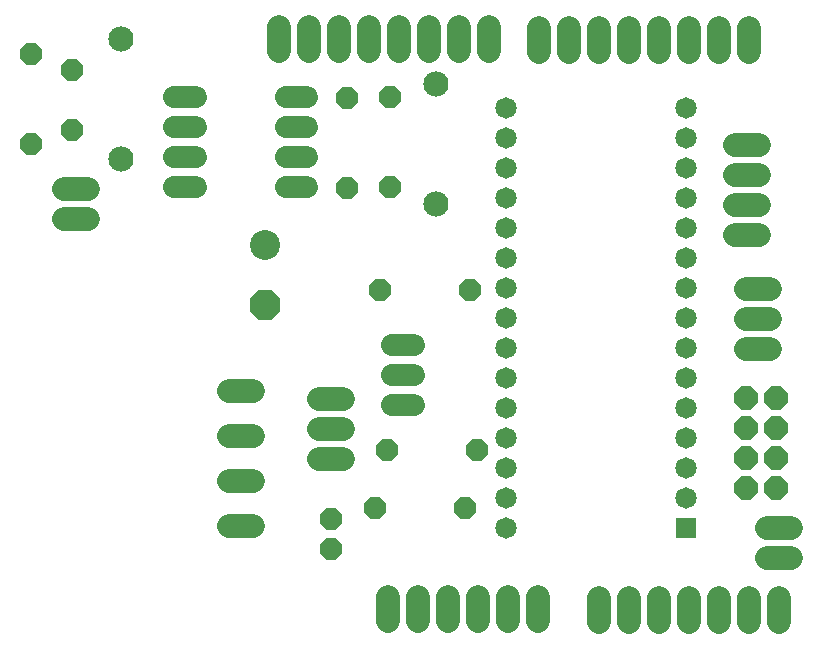
<source format=gbr>
G04 EAGLE Gerber RS-274X export*
G75*
%MOMM*%
%FSLAX34Y34*%
%LPD*%
%INBottom Copper*%
%IPPOS*%
%AMOC8*
5,1,8,0,0,1.08239X$1,22.5*%
G01*
%ADD10P,1.979475X8X112.500000*%
%ADD11P,1.979475X8X292.500000*%
%ADD12C,2.133600*%
%ADD13C,1.828800*%
%ADD14C,2.032000*%
%ADD15C,2.540000*%
%ADD16P,2.749271X8X292.500000*%
%ADD17P,2.199416X8X112.500000*%
%ADD18P,1.979475X8X22.500000*%
%ADD19P,1.979475X8X202.500000*%
%ADD20R,1.816000X1.816000*%
%ADD21C,1.816000*%


D10*
X838962Y381762D03*
X838962Y457962D03*
D11*
X571500Y495300D03*
X571500Y419100D03*
D12*
X647700Y406400D03*
X647700Y508000D03*
D13*
X877316Y248412D02*
X895604Y248412D01*
X895604Y197612D02*
X877316Y197612D01*
X877316Y223012D02*
X895604Y223012D01*
D10*
X875284Y382016D03*
X875284Y458216D03*
D14*
X835660Y152400D02*
X815340Y152400D01*
X815340Y177800D02*
X835660Y177800D01*
X835660Y203200D02*
X815340Y203200D01*
X759460Y95250D02*
X739140Y95250D01*
X739140Y133350D02*
X759460Y133350D01*
X759460Y171450D02*
X739140Y171450D01*
X739140Y209550D02*
X759460Y209550D01*
D11*
X825500Y101600D03*
X825500Y76200D03*
D15*
X769366Y332994D03*
D16*
X769366Y282194D03*
D11*
X606298Y481584D03*
X606298Y430784D03*
D12*
X914400Y368300D03*
X914400Y469900D03*
D17*
X1201674Y127762D03*
X1176274Y127762D03*
X1201674Y153162D03*
X1176274Y153162D03*
X1201674Y178562D03*
X1176274Y178562D03*
X1201674Y203962D03*
X1176274Y203962D03*
D14*
X1194054Y93726D02*
X1214374Y93726D01*
X1214374Y68326D02*
X1194054Y68326D01*
X1196848Y295656D02*
X1176528Y295656D01*
X1176528Y270256D02*
X1196848Y270256D01*
X1196848Y244856D02*
X1176528Y244856D01*
X619760Y381000D02*
X599440Y381000D01*
X599440Y355600D02*
X619760Y355600D01*
X1167384Y341376D02*
X1187704Y341376D01*
X1187704Y366776D02*
X1167384Y366776D01*
X1167384Y392176D02*
X1187704Y392176D01*
X1187704Y417576D02*
X1167384Y417576D01*
D13*
X710692Y458470D02*
X692404Y458470D01*
X692404Y433070D02*
X710692Y433070D01*
X786892Y433070D02*
X805180Y433070D01*
X805180Y458470D02*
X786892Y458470D01*
X710692Y407670D02*
X692404Y407670D01*
X692404Y382270D02*
X710692Y382270D01*
X786892Y407670D02*
X805180Y407670D01*
X805180Y382270D02*
X786892Y382270D01*
D18*
X867156Y295402D03*
X943356Y295402D03*
D19*
X938530Y110236D03*
X862330Y110236D03*
D18*
X872744Y159512D03*
X948944Y159512D03*
D14*
X781558Y497332D02*
X781558Y517652D01*
X806958Y517652D02*
X806958Y497332D01*
X832358Y497332D02*
X832358Y517652D01*
X857758Y517652D02*
X857758Y497332D01*
X883158Y497332D02*
X883158Y517652D01*
X908558Y517652D02*
X908558Y497332D01*
X933958Y497332D02*
X933958Y517652D01*
X959358Y517652D02*
X959358Y497332D01*
X1001522Y496570D02*
X1001522Y516890D01*
X1026922Y516890D02*
X1026922Y496570D01*
X1052322Y496570D02*
X1052322Y516890D01*
X1077722Y516890D02*
X1077722Y496570D01*
X1103122Y496570D02*
X1103122Y516890D01*
X1128522Y516890D02*
X1128522Y496570D01*
X1153922Y496570D02*
X1153922Y516890D01*
X1179322Y516890D02*
X1179322Y496570D01*
X1051814Y34798D02*
X1051814Y14478D01*
X1077214Y14478D02*
X1077214Y34798D01*
X1102614Y34798D02*
X1102614Y14478D01*
X1128014Y14478D02*
X1128014Y34798D01*
X1153414Y34798D02*
X1153414Y14478D01*
X1178814Y14478D02*
X1178814Y34798D01*
X1204214Y34798D02*
X1204214Y14478D01*
X873760Y14732D02*
X873760Y35052D01*
X899160Y35052D02*
X899160Y14732D01*
X924560Y14732D02*
X924560Y35052D01*
X949960Y35052D02*
X949960Y14732D01*
X975360Y14732D02*
X975360Y35052D01*
X1000760Y35052D02*
X1000760Y14732D01*
D20*
X1125474Y93726D03*
D21*
X1125474Y119126D03*
X1125474Y144526D03*
X1125474Y169926D03*
X1125474Y195326D03*
X1125474Y220726D03*
X1125474Y246126D03*
X1125474Y271526D03*
X1125474Y296926D03*
X1125474Y322326D03*
X1125474Y347726D03*
X1125474Y373126D03*
X1125474Y398526D03*
X1125474Y423926D03*
X1125474Y449326D03*
X973074Y449326D03*
X973074Y423926D03*
X973074Y398526D03*
X973074Y373126D03*
X973074Y347726D03*
X973074Y322326D03*
X973074Y296926D03*
X973074Y271526D03*
X973074Y246126D03*
X973074Y220726D03*
X973074Y195326D03*
X973074Y169926D03*
X973074Y144526D03*
X973074Y119126D03*
X973074Y93726D03*
M02*

</source>
